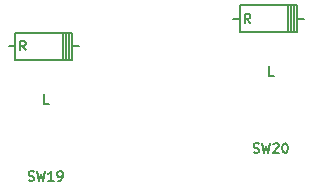
<source format=gbr>
G04 #@! TF.GenerationSoftware,KiCad,Pcbnew,(5.1.0)-1*
G04 #@! TF.CreationDate,2020-09-29T23:23:25+10:00*
G04 #@! TF.ProjectId,oddball,6f646462-616c-46c2-9e6b-696361645f70,rev?*
G04 #@! TF.SameCoordinates,Original*
G04 #@! TF.FileFunction,Legend,Top*
G04 #@! TF.FilePolarity,Positive*
%FSLAX46Y46*%
G04 Gerber Fmt 4.6, Leading zero omitted, Abs format (unit mm)*
G04 Created by KiCad (PCBNEW (5.1.0)-1) date 2020-09-29 23:23:25*
%MOMM*%
%LPD*%
G04 APERTURE LIST*
%ADD10C,0.203200*%
%ADD11C,0.150000*%
G04 APERTURE END LIST*
D10*
X231883000Y-97060000D02*
X232454500Y-97060000D01*
X227057000Y-97060000D02*
X226485500Y-97060000D01*
X227057000Y-98203000D02*
X231883000Y-98203000D01*
X231883000Y-95917000D02*
X227057000Y-95917000D01*
X231883000Y-98203000D02*
X231883000Y-95917000D01*
X227057000Y-95917000D02*
X227057000Y-98203000D01*
D11*
X231370000Y-98160000D02*
X231370000Y-95960000D01*
X231120000Y-96010000D02*
X231120000Y-98210000D01*
X231620000Y-98160000D02*
X231620000Y-95960000D01*
D10*
X212863000Y-99370000D02*
X213434500Y-99370000D01*
X208037000Y-99370000D02*
X207465500Y-99370000D01*
X208037000Y-100513000D02*
X212863000Y-100513000D01*
X212863000Y-98227000D02*
X208037000Y-98227000D01*
X212863000Y-100513000D02*
X212863000Y-98227000D01*
X208037000Y-98227000D02*
X208037000Y-100513000D01*
D11*
X212350000Y-100470000D02*
X212350000Y-98270000D01*
X212100000Y-98320000D02*
X212100000Y-100520000D01*
X212600000Y-100470000D02*
X212600000Y-98270000D01*
X227915119Y-97421904D02*
X227648452Y-97040952D01*
X227457976Y-97421904D02*
X227457976Y-96621904D01*
X227762738Y-96621904D01*
X227838928Y-96660000D01*
X227877023Y-96698095D01*
X227915119Y-96774285D01*
X227915119Y-96888571D01*
X227877023Y-96964761D01*
X227838928Y-97002857D01*
X227762738Y-97040952D01*
X227457976Y-97040952D01*
X208895119Y-99731904D02*
X208628452Y-99350952D01*
X208437976Y-99731904D02*
X208437976Y-98931904D01*
X208742738Y-98931904D01*
X208818928Y-98970000D01*
X208857023Y-99008095D01*
X208895119Y-99084285D01*
X208895119Y-99198571D01*
X208857023Y-99274761D01*
X208818928Y-99312857D01*
X208742738Y-99350952D01*
X208437976Y-99350952D01*
X209152380Y-110723809D02*
X209266666Y-110761904D01*
X209457142Y-110761904D01*
X209533333Y-110723809D01*
X209571428Y-110685714D01*
X209609523Y-110609523D01*
X209609523Y-110533333D01*
X209571428Y-110457142D01*
X209533333Y-110419047D01*
X209457142Y-110380952D01*
X209304761Y-110342857D01*
X209228571Y-110304761D01*
X209190476Y-110266666D01*
X209152380Y-110190476D01*
X209152380Y-110114285D01*
X209190476Y-110038095D01*
X209228571Y-110000000D01*
X209304761Y-109961904D01*
X209495238Y-109961904D01*
X209609523Y-110000000D01*
X209876190Y-109961904D02*
X210066666Y-110761904D01*
X210219047Y-110190476D01*
X210371428Y-110761904D01*
X210561904Y-109961904D01*
X211285714Y-110761904D02*
X210828571Y-110761904D01*
X211057142Y-110761904D02*
X211057142Y-109961904D01*
X210980952Y-110076190D01*
X210904761Y-110152380D01*
X210828571Y-110190476D01*
X211666666Y-110761904D02*
X211819047Y-110761904D01*
X211895238Y-110723809D01*
X211933333Y-110685714D01*
X212009523Y-110571428D01*
X212047619Y-110419047D01*
X212047619Y-110114285D01*
X212009523Y-110038095D01*
X211971428Y-110000000D01*
X211895238Y-109961904D01*
X211742857Y-109961904D01*
X211666666Y-110000000D01*
X211628571Y-110038095D01*
X211590476Y-110114285D01*
X211590476Y-110304761D01*
X211628571Y-110380952D01*
X211666666Y-110419047D01*
X211742857Y-110457142D01*
X211895238Y-110457142D01*
X211971428Y-110419047D01*
X212009523Y-110380952D01*
X212047619Y-110304761D01*
X210847619Y-104261904D02*
X210466666Y-104261904D01*
X210466666Y-103461904D01*
X228202380Y-108353809D02*
X228316666Y-108391904D01*
X228507142Y-108391904D01*
X228583333Y-108353809D01*
X228621428Y-108315714D01*
X228659523Y-108239523D01*
X228659523Y-108163333D01*
X228621428Y-108087142D01*
X228583333Y-108049047D01*
X228507142Y-108010952D01*
X228354761Y-107972857D01*
X228278571Y-107934761D01*
X228240476Y-107896666D01*
X228202380Y-107820476D01*
X228202380Y-107744285D01*
X228240476Y-107668095D01*
X228278571Y-107630000D01*
X228354761Y-107591904D01*
X228545238Y-107591904D01*
X228659523Y-107630000D01*
X228926190Y-107591904D02*
X229116666Y-108391904D01*
X229269047Y-107820476D01*
X229421428Y-108391904D01*
X229611904Y-107591904D01*
X229878571Y-107668095D02*
X229916666Y-107630000D01*
X229992857Y-107591904D01*
X230183333Y-107591904D01*
X230259523Y-107630000D01*
X230297619Y-107668095D01*
X230335714Y-107744285D01*
X230335714Y-107820476D01*
X230297619Y-107934761D01*
X229840476Y-108391904D01*
X230335714Y-108391904D01*
X230830952Y-107591904D02*
X230907142Y-107591904D01*
X230983333Y-107630000D01*
X231021428Y-107668095D01*
X231059523Y-107744285D01*
X231097619Y-107896666D01*
X231097619Y-108087142D01*
X231059523Y-108239523D01*
X231021428Y-108315714D01*
X230983333Y-108353809D01*
X230907142Y-108391904D01*
X230830952Y-108391904D01*
X230754761Y-108353809D01*
X230716666Y-108315714D01*
X230678571Y-108239523D01*
X230640476Y-108087142D01*
X230640476Y-107896666D01*
X230678571Y-107744285D01*
X230716666Y-107668095D01*
X230754761Y-107630000D01*
X230830952Y-107591904D01*
X229897619Y-101891904D02*
X229516666Y-101891904D01*
X229516666Y-101091904D01*
M02*

</source>
